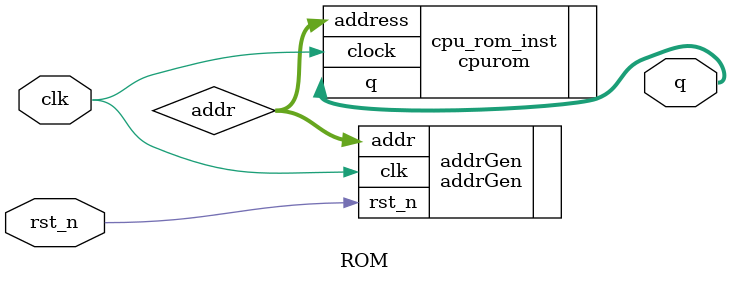
<source format=v>
module ROM(clk,rst_n,q);
 input clk;
 input rst_n;
 output [15:0]q;
 wire [7:0]addr;
 addrGen addrGen(
			.clk(clk),
			.rst_n(rst_n),
			.addr(addr)
			);
 cpurom cpu_rom_inst(
			.address(addr),
			.clock(clk),
			.q(q)
			);
endmodule
</source>
